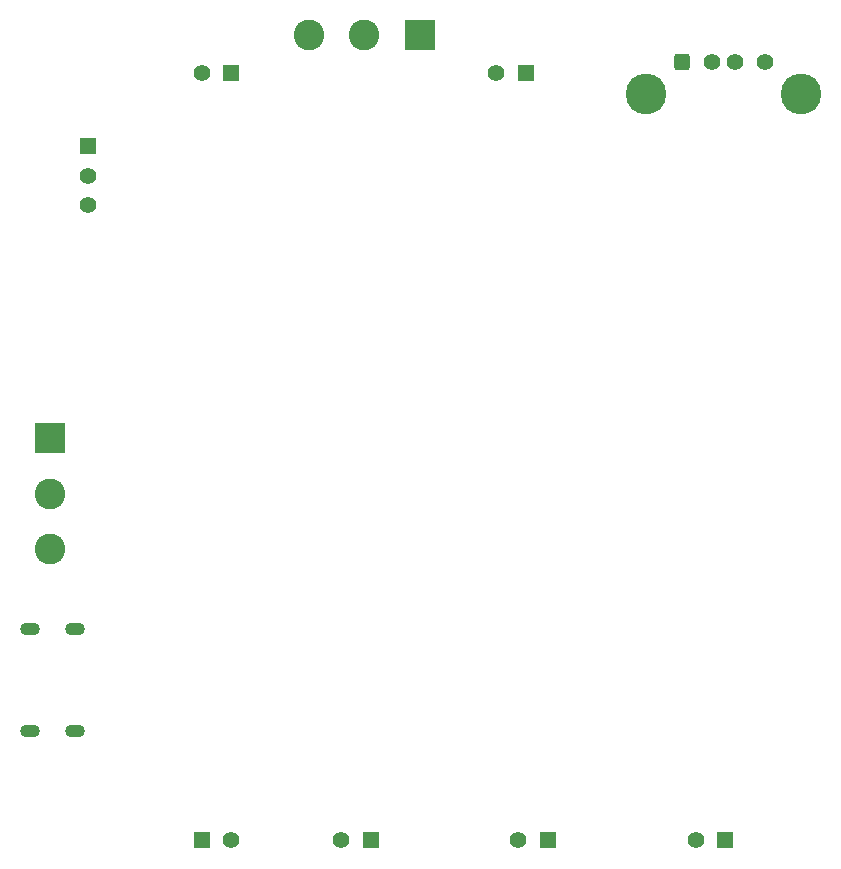
<source format=gbr>
%TF.GenerationSoftware,Altium Limited,Altium Designer,24.5.2 (23)*%
G04 Layer_Color=255*
%FSLAX45Y45*%
%MOMM*%
%TF.SameCoordinates,2470441B-8579-4349-B98B-18B4F8D42BC9*%
%TF.FilePolarity,Positive*%
%TF.FileFunction,Pads,Bot*%
%TF.Part,Single*%
G01*
G75*
%TA.AperFunction,ComponentPad*%
%ADD44C,1.42000*%
G04:AMPARAMS|DCode=45|XSize=1.42mm|YSize=1.42mm|CornerRadius=0.355mm|HoleSize=0mm|Usage=FLASHONLY|Rotation=0.000|XOffset=0mm|YOffset=0mm|HoleType=Round|Shape=RoundedRectangle|*
%AMROUNDEDRECTD45*
21,1,1.42000,0.71000,0,0,0.0*
21,1,0.71000,1.42000,0,0,0.0*
1,1,0.71000,0.35500,-0.35500*
1,1,0.71000,-0.35500,-0.35500*
1,1,0.71000,-0.35500,0.35500*
1,1,0.71000,0.35500,0.35500*
%
%ADD45ROUNDEDRECTD45*%
%ADD46C,3.45000*%
%ADD47C,1.40000*%
%ADD48R,1.40000X1.40000*%
%ADD49C,2.59500*%
%ADD50R,2.59500X2.59500*%
G04:AMPARAMS|DCode=51|XSize=1.1mm|YSize=1.7mm|CornerRadius=0.55mm|HoleSize=0mm|Usage=FLASHONLY|Rotation=270.000|XOffset=0mm|YOffset=0mm|HoleType=Round|Shape=RoundedRectangle|*
%AMROUNDEDRECTD51*
21,1,1.10000,0.60000,0,0,270.0*
21,1,0.00000,1.70000,0,0,270.0*
1,1,1.10000,-0.30000,0.00000*
1,1,1.10000,-0.30000,0.00000*
1,1,1.10000,0.30000,0.00000*
1,1,1.10000,0.30000,0.00000*
%
%ADD51ROUNDEDRECTD51*%
%ADD52R,2.59500X2.59500*%
%ADD53R,1.40000X1.40000*%
D44*
X6259533Y7373018D02*
D03*
X6059532D02*
D03*
X6509533D02*
D03*
D45*
X5809532D02*
D03*
D46*
X6816532Y7102018D02*
D03*
X5502533D02*
D03*
D47*
X2922499Y781900D02*
D03*
X5922499D02*
D03*
X4422499D02*
D03*
X1992700D02*
D03*
X4233100Y7272100D02*
D03*
X1742700D02*
D03*
X781900Y6408100D02*
D03*
Y6158100D02*
D03*
D48*
X3172499Y781900D02*
D03*
X6172499D02*
D03*
X4672499D02*
D03*
X1742700D02*
D03*
X4483100Y7272100D02*
D03*
X1992700D02*
D03*
D49*
X457200Y3242664D02*
D03*
Y3712664D02*
D03*
X2646026Y7594600D02*
D03*
X3116026D02*
D03*
D50*
X457200Y4182664D02*
D03*
D51*
X668300Y2565600D02*
D03*
Y1701600D02*
D03*
X288300Y2565600D02*
D03*
Y1701600D02*
D03*
D52*
X3586026Y7594600D02*
D03*
D53*
X781900Y6658100D02*
D03*
%TF.MD5,dcfab60ea2f25a33badb161d8796e9e0*%
M02*

</source>
